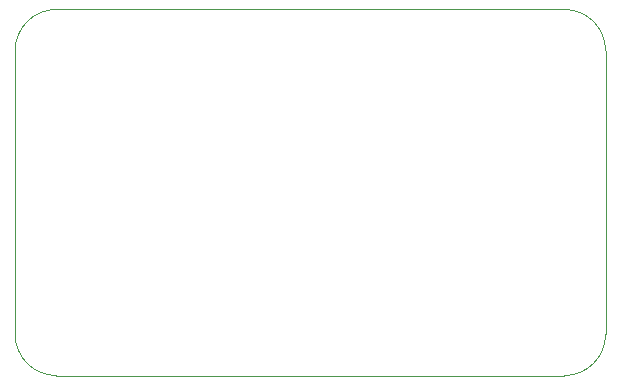
<source format=gbr>
%TF.GenerationSoftware,KiCad,Pcbnew,9.0.6*%
%TF.CreationDate,2025-12-17T16:55:43-07:00*%
%TF.ProjectId,fizzbee,66697a7a-6265-4652-9e6b-696361645f70,rev?*%
%TF.SameCoordinates,Original*%
%TF.FileFunction,Profile,NP*%
%FSLAX46Y46*%
G04 Gerber Fmt 4.6, Leading zero omitted, Abs format (unit mm)*
G04 Created by KiCad (PCBNEW 9.0.6) date 2025-12-17 16:55:43*
%MOMM*%
%LPD*%
G01*
G04 APERTURE LIST*
%TA.AperFunction,Profile*%
%ADD10C,0.050000*%
%TD*%
G04 APERTURE END LIST*
D10*
X162753446Y-110332340D02*
X119753446Y-110332340D01*
X119753446Y-110332340D02*
G75*
G02*
X116253360Y-106832340I-46J3500040D01*
G01*
X119753446Y-79332340D02*
X162753446Y-79332340D01*
X162753446Y-79332340D02*
G75*
G02*
X166253360Y-82832340I-46J-3499960D01*
G01*
X116253446Y-106832340D02*
X116253446Y-82832340D01*
X166253446Y-82832340D02*
X166253446Y-106832340D01*
X116253446Y-82832340D02*
G75*
G02*
X119753446Y-79332346I3499954J40D01*
G01*
X166253446Y-106832340D02*
G75*
G02*
X162753446Y-110332346I-3500046J40D01*
G01*
M02*

</source>
